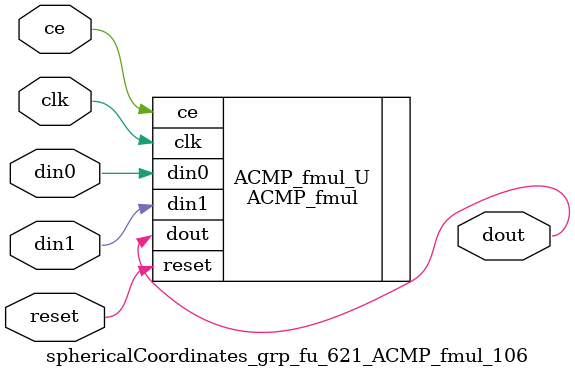
<source format=v>

`timescale 1 ns / 1 ps
module sphericalCoordinates_grp_fu_621_ACMP_fmul_106(
    clk,
    reset,
    ce,
    din0,
    din1,
    dout);

parameter ID = 32'd1;
parameter NUM_STAGE = 32'd1;
parameter din0_WIDTH = 32'd1;
parameter din1_WIDTH = 32'd1;
parameter dout_WIDTH = 32'd1;
input clk;
input reset;
input ce;
input[din0_WIDTH - 1:0] din0;
input[din1_WIDTH - 1:0] din1;
output[dout_WIDTH - 1:0] dout;



ACMP_fmul #(
.ID( ID ),
.NUM_STAGE( 4 ),
.din0_WIDTH( din0_WIDTH ),
.din1_WIDTH( din1_WIDTH ),
.dout_WIDTH( dout_WIDTH ))
ACMP_fmul_U(
    .clk( clk ),
    .reset( reset ),
    .ce( ce ),
    .din0( din0 ),
    .din1( din1 ),
    .dout( dout ));

endmodule

</source>
